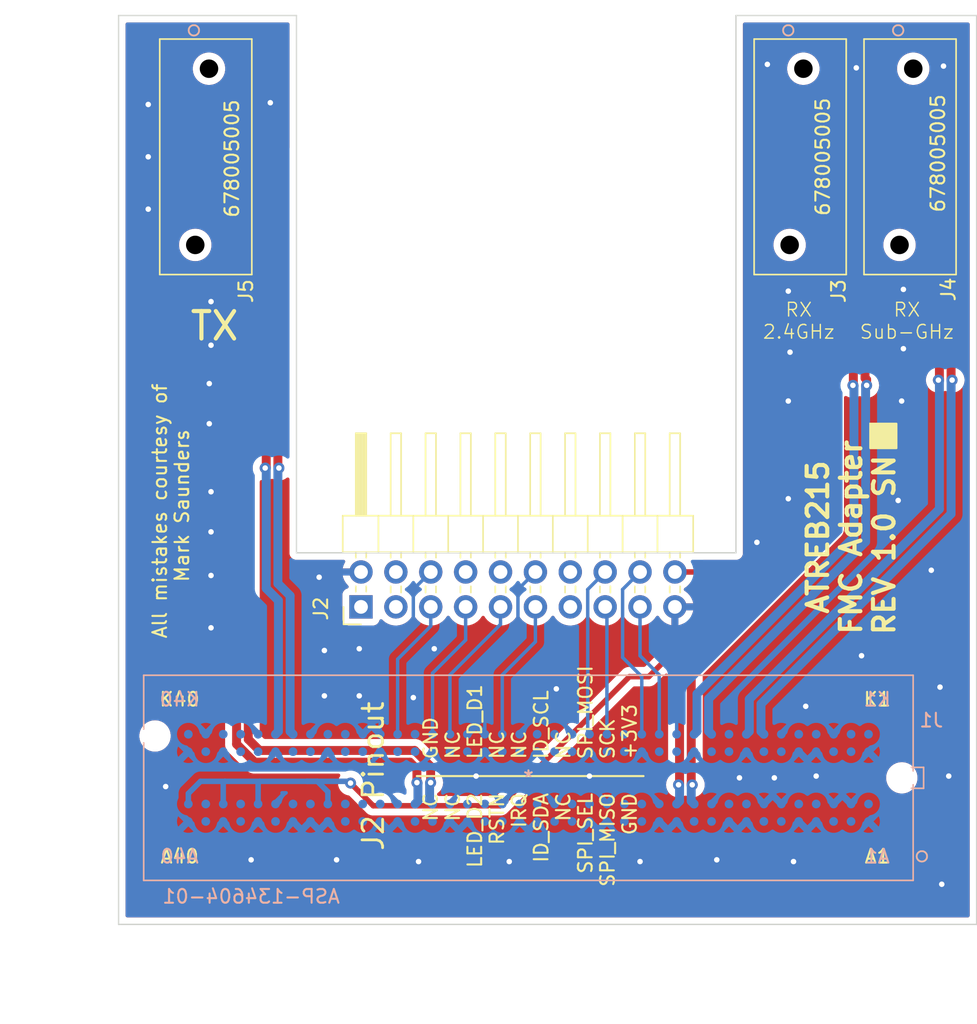
<source format=kicad_pcb>
(kicad_pcb (version 20211014) (generator pcbnew)
  (layers (0 "F.Cu" signal) (31 "B.Cu" signal) (34 "B.Paste" user) (35 "F.Paste" user) (36 "B.SilkS" user "B.Silkscreen") (37 "F.SilkS" user "F.Silkscreen") (38 "B.Mask" user) (39 "F.Mask" user) (44 "Edge.Cuts" user))
  (net 0 "")
  (net 1 "GND")
  (net 6 "/RXDP24")
  (net 7 "/RXDN24")
  (net 8 "/RXCLKP")
  (net 9 "/RXCLKN")
  (net 12 "/RXDP09")
  (net 13 "/RXDN09")
  (net 68 "/TXCLKP")
  (net 69 "/TXCLKN")
  (net 70 "/TXDP")
  (net 71 "/TXDN")
  (net 72 "/SPI_MOSI")
  (net 85 "/LED_D2")
  (net 87 "/~{RSTN}")
  (net 89 "/IRQ")
  (net 91 "/ID_SDA")
  (net 95 "/~{SPI_SEL}")
  (net 96 "/SPI_MISO")
  (net 97 "/SPI_SCK")
  (net 98 "+3.3V")
  (footprint "678005005:678005005" (layer "F.Cu") (at 175.8718 67.31 90)
    (fp_text reference "J4" (at -9.652 2.794 90) (layer "F.SilkS"))
    (fp_text value "678005005" (at 0.254 2.032 90) (layer "F.SilkS"))
    (pad "" np_thru_hole circle locked (at -6.415001 -0.7658 90) (size 1.8542 1.8542) (drill 1.3462) (layers))
    (pad "" np_thru_hole circle locked (at 6.415001 0.2342 90) (size 1.8542 1.8542) (drill 1.3462) (layers))
    (pad "1" smd rect locked (at 3.81 -0.8658 90) (size 0.889 2.3876) (layers "F.Cu" "F.Paste" "F.Mask") (net 1 "GND"))
    (pad "2" smd rect locked (at 2.54 -0.8658 90) (size 0.889 2.3876) (layers "F.Cu" "F.Paste" "F.Mask") (net 12 "/RXDP09"))
    (pad "3" smd rect locked (at 1.27 -0.8658 90) (size 0.889 2.3876) (layers "F.Cu" "F.Paste" "F.Mask") (net 13 "/RXDN09"))
    (pad "4" smd rect locked (at 0 -0.8658 90) (size 0.889 2.3876) (layers "F.Cu" "F.Paste" "F.Mask") (net 1 "GND"))
    (pad "5" smd rect locked (at -1.27 -0.8658 90) (size 0.889 2.3876) (layers "F.Cu" "F.Paste" "F.Mask"))
    (pad "6" smd rect locked (at -2.54 -0.8658 90) (size 0.889 2.3876) (layers "F.Cu" "F.Paste" "F.Mask"))
    (pad "7" smd rect locked (at -3.81 -0.8658 90) (size 0.889 2.3876) (layers "F.Cu" "F.Paste" "F.Mask") (net 1 "GND"))
  )
  (footprint "678005005:678005005" (layer "F.Cu") (at 124.587 67.31 90)
    (fp_text reference "J5" (at -9.779 2.921 90) (layer "F.SilkS"))
    (fp_text value "678005005" (at -0.127 1.905 90) (layer "F.SilkS"))
    (pad "" np_thru_hole circle locked (at 6.415001 0.2342 90) (size 1.8542 1.8542) (drill 1.3462) (layers))
    (pad "" np_thru_hole circle locked (at -6.415001 -0.7658 90) (size 1.8542 1.8542) (drill 1.3462) (layers))
    (pad "1" smd rect locked (at 3.81 -0.8658 90) (size 0.889 2.3876) (layers "F.Cu" "F.Paste" "F.Mask") (net 1 "GND"))
    (pad "2" smd rect locked (at 2.54 -0.8658 90) (size 0.889 2.3876) (layers "F.Cu" "F.Paste" "F.Mask") (net 70 "/TXDP"))
    (pad "3" smd rect locked (at 1.27 -0.8658 90) (size 0.889 2.3876) (layers "F.Cu" "F.Paste" "F.Mask") (net 71 "/TXDN"))
    (pad "4" smd rect locked (at 0 -0.8658 90) (size 0.889 2.3876) (layers "F.Cu" "F.Paste" "F.Mask") (net 1 "GND"))
    (pad "5" smd rect locked (at -1.27 -0.8658 90) (size 0.889 2.3876) (layers "F.Cu" "F.Paste" "F.Mask") (net 68 "/TXCLKP"))
    (pad "6" smd rect locked (at -2.54 -0.8658 90) (size 0.889 2.3876) (layers "F.Cu" "F.Paste" "F.Mask") (net 69 "/TXCLKN"))
    (pad "7" smd rect locked (at -3.81 -0.8658 90) (size 0.889 2.3876) (layers "F.Cu" "F.Paste" "F.Mask") (net 1 "GND"))
  )
  (footprint "678005005:678005005" (layer "F.Cu") (at 167.8708 67.31 90)
    (fp_text reference "J3" (at -9.779 2.794 90) (layer "F.SilkS"))
    (fp_text value "678005005" (at 0 1.651 90) (layer "F.SilkS"))
    (pad "" np_thru_hole circle locked (at 6.415001 0.2342 90) (size 1.8542 1.8542) (drill 1.3462) (layers))
    (pad "" np_thru_hole circle locked (at -6.415001 -0.7658 90) (size 1.8542 1.8542) (drill 1.3462) (layers))
    (pad "1" smd rect locked (at 3.81 -0.8658 90) (size 0.889 2.3876) (layers "F.Cu" "F.Paste" "F.Mask") (net 1 "GND"))
    (pad "2" smd rect locked (at 2.54 -0.8658 90) (size 0.889 2.3876) (layers "F.Cu" "F.Paste" "F.Mask") (net 6 "/RXDP24"))
    (pad "3" smd rect locked (at 1.27 -0.8658 90) (size 0.889 2.3876) (layers "F.Cu" "F.Paste" "F.Mask") (net 7 "/RXDN24"))
    (pad "4" smd rect locked (at 0 -0.8658 90) (size 0.889 2.3876) (layers "F.Cu" "F.Paste" "F.Mask") (net 1 "GND"))
    (pad "5" smd rect locked (at -1.27 -0.8658 90) (size 0.889 2.3876) (layers "F.Cu" "F.Paste" "F.Mask") (net 8 "/RXCLKP"))
    (pad "6" smd rect locked (at -2.54 -0.8658 90) (size 0.889 2.3876) (layers "F.Cu" "F.Paste" "F.Mask") (net 9 "/RXCLKN"))
    (pad "7" smd rect locked (at -3.81 -0.8658 90) (size 0.889 2.3876) (layers "F.Cu" "F.Paste" "F.Mask") (net 1 "GND"))
  )
  (footprint "Connector_PinHeader_2.54mm:PinHeader_2x10_P2.54mm_Horizontal" (layer "F.Cu") (at 135.89 100.076 90)
    (fp_text reference "J2" (at -0.127 -2.921 90) (layer "F.SilkS"))
    (fp_text value "Conn_02x10_Odd_Even")
    (pad "1" thru_hole rect locked (at 0 0 90) (size 1.7 1.7) (drill 1) (layers *.Cu *.Mask))
    (pad "2" thru_hole oval locked (at 2.54 0 90) (size 1.7 1.7) (drill 1) (layers *.Cu *.Mask) (net 1 "GND"))
    (pad "3" thru_hole oval locked (at 0 2.54 90) (size 1.7 1.7) (drill 1) (layers *.Cu *.Mask))
    (pad "4" thru_hole oval locked (at 2.54 2.54 90) (size 1.7 1.7) (drill 1) (layers *.Cu *.Mask))
    (pad "5" thru_hole oval locked (at 0 5.08 90) (size 1.7 1.7) (drill 1) (layers *.Cu *.Mask) (net 85 "/LED_D2"))
    (pad "6" thru_hole oval locked (at 2.54 5.08 90) (size 1.7 1.7) (drill 1) (layers *.Cu *.Mask) (net 1 "GND"))
    (pad "7" thru_hole oval locked (at 0 7.62 90) (size 1.7 1.7) (drill 1) (layers *.Cu *.Mask) (net 87 "/~{RSTN}"))
    (pad "8" thru_hole oval locked (at 2.54 7.62 90) (size 1.7 1.7) (drill 1) (layers *.Cu *.Mask))
    (pad "9" thru_hole oval locked (at 0 10.16 90) (size 1.7 1.7) (drill 1) (layers *.Cu *.Mask) (net 89 "/IRQ"))
    (pad "10" thru_hole oval locked (at 2.54 10.16 90) (size 1.7 1.7) (drill 1) (layers *.Cu *.Mask))
    (pad "11" thru_hole oval locked (at 0 12.7 90) (size 1.7 1.7) (drill 1) (layers *.Cu *.Mask) (net 91 "/ID_SDA"))
    (pad "12" thru_hole oval locked (at 2.54 12.7 90) (size 1.7 1.7) (drill 1) (layers *.Cu *.Mask) (net 1 "GND"))
    (pad "13" thru_hole oval locked (at 0 15.24 90) (size 1.7 1.7) (drill 1) (layers *.Cu *.Mask))
    (pad "14" thru_hole oval locked (at 2.54 15.24 90) (size 1.7 1.7) (drill 1) (layers *.Cu *.Mask))
    (pad "15" thru_hole oval locked (at 0 17.78 90) (size 1.7 1.7) (drill 1) (layers *.Cu *.Mask) (net 95 "/~{SPI_SEL}"))
    (pad "16" thru_hole oval locked (at 2.54 17.78 90) (size 1.7 1.7) (drill 1) (layers *.Cu *.Mask) (net 72 "/SPI_MOSI"))
    (pad "17" thru_hole oval locked (at 0 20.32 90) (size 1.7 1.7) (drill 1) (layers *.Cu *.Mask) (net 96 "/SPI_MISO"))
    (pad "18" thru_hole oval locked (at 2.54 20.32 90) (size 1.7 1.7) (drill 1) (layers *.Cu *.Mask) (net 97 "/SPI_SCK"))
    (pad "19" thru_hole oval locked (at 0 22.86 90) (size 1.7 1.7) (drill 1) (layers *.Cu *.Mask) (net 1 "GND"))
    (pad "20" thru_hole oval locked (at 2.54 22.86 90) (size 1.7 1.7) (drill 1) (layers *.Cu *.Mask) (net 98 "+3.3V"))
  )
  (footprint "ASP-134604-01:ASP-134604-01" (layer "B.Cu") (at 148.082 112.522)
    (fp_text reference "J1" (at 29.337 -4.191) (layer "B.SilkS") (effects (justify mirror)))
    (fp_text value "ASP-134604-01" (at -20.193 8.636) (layer "B.SilkS") (effects (justify mirror)))
    (fp_text user "A40" (at -25.4 5.715) (layer "B.SilkS") (effects (justify mirror)))
    (fp_text user "A1" (at 25.4 5.715) (layer "B.SilkS") (effects (justify mirror)))
    (fp_text user "K1" (at 25.4 -5.715) (layer "B.SilkS") (effects (justify mirror)))
    (fp_text user "K40" (at -25.4 -5.715) (layer "B.SilkS") (effects (justify mirror)))
    (fp_text user "*" (at 0 0) (layer "B.SilkS") (effects (justify mirror)))
    (fp_text user "A40" (at -25.4 5.715) (layer "F.SilkS"))
    (fp_text user "K40" (at -25.4 -5.715) (layer "F.SilkS"))
    (fp_text user "A1" (at 25.4 5.715) (layer "F.SilkS"))
    (fp_text user "K1" (at 25.4 -5.715) (layer "F.SilkS"))
    (pad "" np_thru_hole circle locked (at -27.1907 -3.048) (size 1.27 1.27) (drill 1.27) (layers *.Cu *.Mask))
    (pad "" np_thru_hole circle locked (at 27.1907 0) (size 1.27 1.27) (drill 1.27) (layers *.Cu *.Mask))
    (pad "C1" smd circle locked (at 24.765 3.175) (size 0.635 0.635) (layers "B.Cu" "B.Paste" "B.Mask") (net 1 "GND"))
    (pad "C2" smd circle locked (at 23.495 3.175) (size 0.635 0.635) (layers "B.Cu" "B.Paste" "B.Mask"))
    (pad "C3" smd circle locked (at 22.225 3.175) (size 0.635 0.635) (layers "B.Cu" "B.Paste" "B.Mask"))
    (pad "C4" smd circle locked (at 20.955 3.175) (size 0.635 0.635) (layers "B.Cu" "B.Paste" "B.Mask") (net 1 "GND"))
    (pad "C5" smd circle locked (at 19.685 3.175) (size 0.635 0.635) (layers "B.Cu" "B.Paste" "B.Mask") (net 1 "GND"))
    (pad "C6" smd circle locked (at 18.415 3.175) (size 0.635 0.635) (layers "B.Cu" "B.Paste" "B.Mask"))
    (pad "C7" smd circle locked (at 17.145 3.175) (size 0.635 0.635) (layers "B.Cu" "B.Paste" "B.Mask"))
    (pad "C8" smd circle locked (at 15.875 3.175) (size 0.635 0.635) (layers "B.Cu" "B.Paste" "B.Mask") (net 1 "GND"))
    (pad "C9" smd circle locked (at 14.605 3.175) (size 0.635 0.635) (layers "B.Cu" "B.Paste" "B.Mask") (net 1 "GND"))
    (pad "C10" smd circle locked (at 13.335 3.175) (size 0.635 0.635) (layers "B.Cu" "B.Paste" "B.Mask"))
    (pad "C11" smd circle locked (at 12.065 3.175) (size 0.635 0.635) (layers "B.Cu" "B.Paste" "B.Mask"))
    (pad "C12" smd circle locked (at 10.795 3.175) (size 0.635 0.635) (layers "B.Cu" "B.Paste" "B.Mask") (net 1 "GND"))
    (pad "C13" smd circle locked (at 9.525 3.175) (size 0.635 0.635) (layers "B.Cu" "B.Paste" "B.Mask") (net 1 "GND"))
    (pad "C14" smd circle locked (at 8.255 3.175) (size 0.635 0.635) (layers "B.Cu" "B.Paste" "B.Mask"))
    (pad "C15" smd circle locked (at 6.985 3.175) (size 0.635 0.635) (layers "B.Cu" "B.Paste" "B.Mask"))
    (pad "C16" smd circle locked (at 5.715 3.175) (size 0.635 0.635) (layers "B.Cu" "B.Paste" "B.Mask") (net 1 "GND"))
    (pad "C17" smd circle locked (at 4.445 3.175) (size 0.635 0.635) (layers "B.Cu" "B.Paste" "B.Mask") (net 1 "GND"))
    (pad "C18" smd circle locked (at 3.175 3.175) (size 0.635 0.635) (layers "B.Cu" "B.Paste" "B.Mask"))
    (pad "C19" smd circle locked (at 1.905 3.175) (size 0.635 0.635) (layers "B.Cu" "B.Paste" "B.Mask"))
    (pad "C20" smd circle locked (at 0.635 3.175) (size 0.635 0.635) (layers "B.Cu" "B.Paste" "B.Mask") (net 1 "GND"))
    (pad "C21" smd circle locked (at -0.635 3.175) (size 0.635 0.635) (layers "B.Cu" "B.Paste" "B.Mask") (net 1 "GND"))
    (pad "C22" smd circle locked (at -1.905 3.175) (size 0.635 0.635) (layers "B.Cu" "B.Paste" "B.Mask"))
    (pad "C23" smd circle locked (at -3.175 3.175) (size 0.635 0.635) (layers "B.Cu" "B.Paste" "B.Mask"))
    (pad "C24" smd circle locked (at -4.445 3.175) (size 0.635 0.635) (layers "B.Cu" "B.Paste" "B.Mask") (net 1 "GND"))
    (pad "C25" smd circle locked (at -5.715 3.175) (size 0.635 0.635) (layers "B.Cu" "B.Paste" "B.Mask") (net 1 "GND"))
    (pad "C26" smd circle locked (at -6.985 3.175) (size 0.635 0.635) (layers "B.Cu" "B.Paste" "B.Mask"))
    (pad "C27" smd circle locked (at -8.255 3.175) (size 0.635 0.635) (layers "B.Cu" "B.Paste" "B.Mask"))
    (pad "C28" smd circle locked (at -9.525 3.175) (size 0.635 0.635) (layers "B.Cu" "B.Paste" "B.Mask") (net 1 "GND"))
    (pad "C29" smd circle locked (at -10.795 3.175) (size 0.635 0.635) (layers "B.Cu" "B.Paste" "B.Mask") (net 1 "GND"))
    (pad "C30" smd circle locked (at -12.065 3.175) (size 0.635 0.635) (layers "B.Cu" "B.Paste" "B.Mask"))
    (pad "C31" smd circle locked (at -13.335 3.175) (size 0.635 0.635) (layers "B.Cu" "B.Paste" "B.Mask"))
    (pad "C32" smd circle locked (at -14.605 3.175) (size 0.635 0.635) (layers "B.Cu" "B.Paste" "B.Mask") (net 1 "GND"))
    (pad "C33" smd circle locked (at -15.875 3.175) (size 0.635 0.635) (layers "B.Cu" "B.Paste" "B.Mask") (net 1 "GND"))
    (pad "C34" smd circle locked (at -17.145 3.175) (size 0.635 0.635) (layers "B.Cu" "B.Paste" "B.Mask") (net 1 "GND"))
    (pad "C35" smd circle locked (at -18.415 3.175) (size 0.635 0.635) (layers "B.Cu" "B.Paste" "B.Mask"))
    (pad "C36" smd circle locked (at -19.685 3.175) (size 0.635 0.635) (layers "B.Cu" "B.Paste" "B.Mask") (net 1 "GND"))
    (pad "C37" smd circle locked (at -20.955 3.175) (size 0.635 0.635) (layers "B.Cu" "B.Paste" "B.Mask"))
    (pad "C38" smd circle locked (at -22.225 3.175) (size 0.635 0.635) (layers "B.Cu" "B.Paste" "B.Mask") (net 1 "GND"))
    (pad "C39" smd circle locked (at -23.495 3.175) (size 0.635 0.635) (layers "B.Cu" "B.Paste" "B.Mask"))
    (pad "C40" smd circle locked (at -24.765 3.175) (size 0.635 0.635) (layers "B.Cu" "B.Paste" "B.Mask") (net 1 "GND"))
    (pad "D1" smd circle locked (at 24.765 1.905) (size 0.635 0.635) (layers "B.Cu" "B.Paste" "B.Mask"))
    (pad "D2" smd circle locked (at 23.495 1.905) (size 0.635 0.635) (layers "B.Cu" "B.Paste" "B.Mask") (net 1 "GND"))
    (pad "D3" smd circle locked (at 22.225 1.905) (size 0.635 0.635) (layers "B.Cu" "B.Paste" "B.Mask") (net 1 "GND"))
    (pad "D4" smd circle locked (at 20.955 1.905) (size 0.635 0.635) (layers "B.Cu" "B.Paste" "B.Mask"))
    (pad "D5" smd circle locked (at 19.685 1.905) (size 0.635 0.635) (layers "B.Cu" "B.Paste" "B.Mask"))
    (pad "D6" smd circle locked (at 18.415 1.905) (size 0.635 0.635) (layers "B.Cu" "B.Paste" "B.Mask") (net 1 "GND"))
    (pad "D7" smd circle locked (at 17.145 1.905) (size 0.635 0.635) (layers "B.Cu" "B.Paste" "B.Mask") (net 1 "GND"))
    (pad "D8" smd circle locked (at 15.875 1.905) (size 0.635 0.635) (layers "B.Cu" "B.Paste" "B.Mask"))
    (pad "D9" smd circle locked (at 14.605 1.905) (size 0.635 0.635) (layers "B.Cu" "B.Paste" "B.Mask"))
    (pad "D10" smd circle locked (at 13.335 1.905) (size 0.635 0.635) (layers "B.Cu" "B.Paste" "B.Mask") (net 1 "GND"))
    (pad "D11" smd circle locked (at 12.065 1.905) (size 0.635 0.635) (layers "B.Cu" "B.Paste" "B.Mask") (net 8 "/RXCLKP"))
    (pad "D12" smd circle locked (at 10.795 1.905) (size 0.635 0.635) (layers "B.Cu" "B.Paste" "B.Mask") (net 9 "/RXCLKN"))
    (pad "D13" smd circle locked (at 9.525 1.905) (size 0.635 0.635) (layers "B.Cu" "B.Paste" "B.Mask") (net 1 "GND"))
    (pad "D14" smd circle locked (at 8.255 1.905) (size 0.635 0.635) (layers "B.Cu" "B.Paste" "B.Mask"))
    (pad "D15" smd circle locked (at 6.985 1.905) (size 0.635 0.635) (layers "B.Cu" "B.Paste" "B.Mask"))
    (pad "D16" smd circle locked (at 5.715 1.905) (size 0.635 0.635) (layers "B.Cu" "B.Paste" "B.Mask") (net 1 "GND"))
    (pad "D17" smd circle locked (at 4.445 1.905) (size 0.635 0.635) (layers "B.Cu" "B.Paste" "B.Mask"))
    (pad "D18" smd circle locked (at 3.175 1.905) (size 0.635 0.635) (layers "B.Cu" "B.Paste" "B.Mask"))
    (pad "D19" smd circle locked (at 1.905 1.905) (size 0.635 0.635) (layers "B.Cu" "B.Paste" "B.Mask") (net 1 "GND"))
    (pad "D20" smd circle locked (at 0.635 1.905) (size 0.635 0.635) (layers "B.Cu" "B.Paste" "B.Mask"))
    (pad "D21" smd circle locked (at -0.635 1.905) (size 0.635 0.635) (layers "B.Cu" "B.Paste" "B.Mask"))
    (pad "D22" smd circle locked (at -1.905 1.905) (size 0.635 0.635) (layers "B.Cu" "B.Paste" "B.Mask") (net 1 "GND"))
    (pad "D23" smd circle locked (at -3.175 1.905) (size 0.635 0.635) (layers "B.Cu" "B.Paste" "B.Mask"))
    (pad "D24" smd circle locked (at -4.445 1.905) (size 0.635 0.635) (layers "B.Cu" "B.Paste" "B.Mask"))
    (pad "D25" smd circle locked (at -5.715 1.905) (size 0.635 0.635) (layers "B.Cu" "B.Paste" "B.Mask") (net 1 "GND"))
    (pad "D26" smd circle locked (at -6.985 1.905) (size 0.635 0.635) (layers "B.Cu" "B.Paste" "B.Mask") (net 68 "/TXCLKP"))
    (pad "D27" smd circle locked (at -8.255 1.905) (size 0.635 0.635) (layers "B.Cu" "B.Paste" "B.Mask") (net 69 "/TXCLKN"))
    (pad "D28" smd circle locked (at -9.525 1.905) (size 0.635 0.635) (layers "B.Cu" "B.Paste" "B.Mask") (net 1 "GND"))
    (pad "D29" smd circle locked (at -10.795 1.905) (size 0.635 0.635) (layers "B.Cu" "B.Paste" "B.Mask"))
    (pad "D30" smd circle locked (at -12.065 1.905) (size 0.635 0.635) (layers "B.Cu" "B.Paste" "B.Mask"))
    (pad "D31" smd circle locked (at -13.335 1.905) (size 0.635 0.635) (layers "B.Cu" "B.Paste" "B.Mask"))
    (pad "D32" smd circle locked (at -14.605 1.905) (size 0.635 0.635) (layers "B.Cu" "B.Paste" "B.Mask") (net 98 "+3.3V"))
    (pad "D33" smd circle locked (at -15.875 1.905) (size 0.635 0.635) (layers "B.Cu" "B.Paste" "B.Mask"))
    (pad "D34" smd circle locked (at -17.145 1.905) (size 0.635 0.635) (layers "B.Cu" "B.Paste" "B.Mask"))
    (pad "D35" smd circle locked (at -18.415 1.905) (size 0.635 0.635) (layers "B.Cu" "B.Paste" "B.Mask") (net 1 "GND"))
    (pad "D36" smd circle locked (at -19.685 1.905) (size 0.635 0.635) (layers "B.Cu" "B.Paste" "B.Mask") (net 98 "+3.3V"))
    (pad "D37" smd circle locked (at -20.955 1.905) (size 0.635 0.635) (layers "B.Cu" "B.Paste" "B.Mask") (net 1 "GND"))
    (pad "D38" smd circle locked (at -22.225 1.905) (size 0.635 0.635) (layers "B.Cu" "B.Paste" "B.Mask") (net 98 "+3.3V"))
    (pad "D39" smd circle locked (at -23.495 1.905) (size 0.635 0.635) (layers "B.Cu" "B.Paste" "B.Mask") (net 1 "GND"))
    (pad "D40" smd circle locked (at -24.765 1.905) (size 0.635 0.635) (layers "B.Cu" "B.Paste" "B.Mask") (net 98 "+3.3V"))
    (pad "G1" smd circle locked (at 24.765 -1.905) (size 0.635 0.635) (layers "B.Cu" "B.Paste" "B.Mask") (net 1 "GND"))
    (pad "G2" smd circle locked (at 23.495 -1.905) (size 0.635 0.635) (layers "B.Cu" "B.Paste" "B.Mask"))
    (pad "G3" smd circle locked (at 22.225 -1.905) (size 0.635 0.635) (layers "B.Cu" "B.Paste" "B.Mask"))
    (pad "G4" smd circle locked (at 20.955 -1.905) (size 0.635 0.635) (layers "B.Cu" "B.Paste" "B.Mask") (net 1 "GND"))
    (pad "G5" smd circle locked (at 19.685 -1.905) (size 0.635 0.635) (layers "B.Cu" "B.Paste" "B.Mask") (net 1 "GND"))
    (pad "G6" smd circle locked (at 18.415 -1.905) (size 0.635 0.635) (layers "B.Cu" "B.Paste" "B.Mask"))
    (pad "G7" smd circle locked (at 17.145 -1.905) (size 0.635 0.635) (layers "B.Cu" "B.Paste" "B.Mask"))
    (pad "G8" smd circle locked (at 15.875 -1.905) (size 0.635 0.635) (layers "B.Cu" "B.Paste" "B.Mask") (net 1 "GND"))
    (pad "G9" smd circle locked (at 14.605 -1.905) (size 0.635 0.635) (layers "B.Cu" "B.Paste" "B.Mask"))
    (pad "G10" smd circle locked (at 13.335 -1.905) (size 0.635 0.635) (layers "B.Cu" "B.Paste" "B.Mask"))
    (pad "G11" smd circle locked (at 12.065 -1.905) (size 0.635 0.635) (layers "B.Cu" "B.Paste" "B.Mask") (net 1 "GND"))
    (pad "G12" smd circle locked (at 10.795 -1.905) (size 0.635 0.635) (layers "B.Cu" "B.Paste" "B.Mask"))
    (pad "G13" smd circle locked (at 9.525 -1.905) (size 0.635 0.635) (layers "B.Cu" "B.Paste" "B.Mask"))
    (pad "G14" smd circle locked (at 8.255 -1.905) (size 0.635 0.635) (layers "B.Cu" "B.Paste" "B.Mask") (net 1 "GND"))
    (pad "G15" smd circle locked (at 6.985 -1.905) (size 0.635 0.635) (layers "B.Cu" "B.Paste" "B.Mask"))
    (pad "G16" smd circle locked (at 5.715 -1.905) (size 0.635 0.635) (layers "B.Cu" "B.Paste" "B.Mask"))
    (pad "G17" smd circle locked (at 4.445 -1.905) (size 0.635 0.635) (layers "B.Cu" "B.Paste" "B.Mask") (net 1 "GND"))
    (pad "G18" smd circle locked (at 3.175 -1.905) (size 0.635 0.635) (layers "B.Cu" "B.Paste" "B.Mask"))
    (pad "G19" smd circle locked (at 1.905 -1.905) (size 0.635 0.635) (layers "B.Cu" "B.Paste" "B.Mask"))
    (pad "G20" smd circle locked (at 0.635 -1.905) (size 0.635 0.635) (layers "B.Cu" "B.Paste" "B.Mask") (net 1 "GND"))
    (pad "G21" smd circle locked (at -0.635 -1.905) (size 0.635 0.635) (layers "B.Cu" "B.Paste" "B.Mask"))
    (pad "G22" smd circle locked (at -1.905 -1.905) (size 0.635 0.635) (layers "B.Cu" "B.Paste" "B.Mask"))
    (pad "G23" smd circle locked (at -3.175 -1.905) (size 0.635 0.635) (layers "B.Cu" "B.Paste" "B.Mask") (net 1 "GND"))
    (pad "G24" smd circle locked (at -4.445 -1.905) (size 0.635 0.635) (layers "B.Cu" "B.Paste" "B.Mask"))
    (pad "G25" smd circle locked (at -5.715 -1.905) (size 0.635 0.635) (layers "B.Cu" "B.Paste" "B.Mask"))
    (pad "G26" smd circle locked (at -6.985 -1.905) (size 0.635 0.635) (layers "B.Cu" "B.Paste" "B.Mask") (net 1 "GND"))
    (pad "G27" smd circle locked (at -8.255 -1.905) (size 0.635 0.635) (layers "B.Cu" "B.Paste" "B.Mask"))
    (pad "G28" smd circle locked (at -9.525 -1.905) (size 0.635 0.635) (layers "B.Cu" "B.Paste" "B.Mask"))
    (pad "G29" smd circle locked (at -10.795 -1.905) (size 0.635 0.635) (layers "B.Cu" "B.Paste" "B.Mask") (net 1 "GND"))
    (pad "G30" smd circle locked (at -12.065 -1.905) (size 0.635 0.635) (layers "B.Cu" "B.Paste" "B.Mask"))
    (pad "G31" smd circle locked (at -13.335 -1.905) (size 0.635 0.635) (layers "B.Cu" "B.Paste" "B.Mask"))
    (pad "G32" smd circle locked (at -14.605 -1.905) (size 0.635 0.635) (layers "B.Cu" "B.Paste" "B.Mask") (net 1 "GND"))
    (pad "G33" smd circle locked (at -15.875 -1.905) (size 0.635 0.635) (layers "B.Cu" "B.Paste" "B.Mask"))
    (pad "G34" smd circle locked (at -17.145 -1.905) (size 0.635 0.635) (layers "B.Cu" "B.Paste" "B.Mask"))
    (pad "G35" smd circle locked (at -18.415 -1.905) (size 0.635 0.635) (layers "B.Cu" "B.Paste" "B.Mask") (net 1 "GND"))
    (pad "G36" smd circle locked (at -19.685 -1.905) (size 0.635 0.635) (layers "B.Cu" "B.Paste" "B.Mask"))
    (pad "G37" smd circle locked (at -20.955 -1.905) (size 0.635 0.635) (layers "B.Cu" "B.Paste" "B.Mask"))
    (pad "G38" smd circle locked (at -22.225 -1.905) (size 0.635 0.635) (layers "B.Cu" "B.Paste" "B.Mask") (net 1 "GND"))
    (pad "G39" smd circle locked (at -23.495 -1.905) (size 0.635 0.635) (layers "B.Cu" "B.Paste" "B.Mask"))
    (pad "G40" smd circle locked (at -24.765 -1.905) (size 0.635 0.635) (layers "B.Cu" "B.Paste" "B.Mask") (net 1 "GND"))
    (pad "H1" smd circle locked (at 24.765 -3.175) (size 0.635 0.635) (layers "B.Cu" "B.Paste" "B.Mask"))
    (pad "H2" smd circle locked (at 23.495 -3.175) (size 0.635 0.635) (layers "B.Cu" "B.Paste" "B.Mask"))
    (pad "H3" smd circle locked (at 22.225 -3.175) (size 0.635 0.635) (layers "B.Cu" "B.Paste" "B.Mask") (net 1 "GND"))
    (pad "H4" smd circle locked (at 20.955 -3.175) (size 0.635 0.635) (layers "B.Cu" "B.Paste" "B.Mask"))
    (pad "H5" smd circle locked (at 19.685 -3.175) (size 0.635 0.635) (layers "B.Cu" "B.Paste" "B.Mask"))
    (pad "H6" smd circle locked (at 18.415 -3.175) (size 0.635 0.635) (layers "B.Cu" "B.Paste" "B.Mask") (net 1 "GND"))
    (pad "H7" smd circle locked (at 17.145 -3.175) (size 0.635 0.635) (layers "B.Cu" "B.Paste" "B.Mask") (net 12 "/RXDP09"))
    (pad "H8" smd circle locked (at 15.875 -3.175) (size 0.635 0.635) (layers "B.Cu" "B.Paste" "B.Mask") (net 13 "/RXDN09"))
    (pad "H9" smd circle locked (at 14.605 -3.175) (size 0.635 0.635) (layers "B.Cu" "B.Paste" "B.Mask") (net 1 "GND"))
    (pad "H10" smd circle locked (at 13.335 -3.175) (size 0.635 0.635) (layers "B.Cu" "B.Paste" "B.Mask") (net 6 "/RXDP24"))
    (pad "H11" smd circle locked (at 12.065 -3.175) (size 0.635 0.635) (layers "B.Cu" "B.Paste" "B.Mask") (net 7 "/RXDN24"))
    (pad "H12" smd circle locked (at 10.795 -3.175) (size 0.635 0.635) (layers "B.Cu" "B.Paste" "B.Mask") (net 1 "GND"))
    (pad "H13" smd circle locked (at 9.525 -3.175) (size 0.635 0.635) (layers "B.Cu" "B.Paste" "B.Mask") (net 96 "/SPI_MISO"))
    (pad "H14" smd circle locked (at 8.255 -3.175) (size 0.635 0.635) (layers "B.Cu" "B.Paste" "B.Mask") (net 97 "/SPI_SCK"))
    (pad "H15" smd circle locked (at 6.985 -3.175) (size 0.635 0.635) (layers "B.Cu" "B.Paste" "B.Mask") (net 1 "GND"))
    (pad "H16" smd circle locked (at 5.715 -3.175) (size 0.635 0.635) (layers "B.Cu" "B.Paste" "B.Mask") (net 95 "/~{SPI_SEL}"))
    (pad "H17" smd circle locked (at 4.445 -3.175) (size 0.635 0.635) (layers "B.Cu" "B.Paste" "B.Mask") (net 72 "/SPI_MOSI"))
    (pad "H18" smd circle locked (at 3.175 -3.175) (size 0.635 0.635) (layers "B.Cu" "B.Paste" "B.Mask") (net 1 "GND"))
    (pad "H19" smd circle locked (at 1.905 -3.175) (size 0.635 0.635) (layers "B.Cu" "B.Paste" "B.Mask"))
    (pad "H20" smd circle locked (at 0.635 -3.175) (size 0.635 0.635) (layers "B.Cu" "B.Paste" "B.Mask"))
    (pad "H21" smd circle locked (at -0.635 -3.175) (size 0.635 0.635) (layers "B.Cu" "B.Paste" "B.Mask") (net 1 "GND"))
    (pad "H22" smd circle locked (at -1.905 -3.175) (size 0.635 0.635) (layers "B.Cu" "B.Paste" "B.Mask") (net 91 "/ID_SDA"))
    (pad "H23" smd circle locked (at -3.175 -3.175) (size 0.635 0.635) (layers "B.Cu" "B.Paste" "B.Mask") (net 1 "GND"))
    (pad "H24" smd circle locked (at -4.445 -3.175) (size 0.635 0.635) (layers "B.Cu" "B.Paste" "B.Mask") (net 1 "GND"))
    (pad "H25" smd circle locked (at -5.715 -3.175) (size 0.635 0.635) (layers "B.Cu" "B.Paste" "B.Mask") (net 89 "/IRQ"))
    (pad "H26" smd circle locked (at -6.985 -3.175) (size 0.635 0.635) (layers "B.Cu" "B.Paste" "B.Mask") (net 87 "/~{RSTN}"))
    (pad "H27" smd circle locked (at -8.255 -3.175) (size 0.635 0.635) (layers "B.Cu" "B.Paste" "B.Mask") (net 1 "GND"))
    (pad "H28" smd circle locked (at -9.525 -3.175) (size 0.635 0.635) (layers "B.Cu" "B.Paste" "B.Mask") (net 85 "/LED_D2"))
    (pad "H29" smd circle locked (at -10.795 -3.175) (size 0.635 0.635) (layers "B.Cu" "B.Paste" "B.Mask") (net 1 "GND"))
    (pad "H30" smd circle locked (at -12.065 -3.175) (size 0.635 0.635) (layers "B.Cu" "B.Paste" "B.Mask") (net 1 "GND"))
    (pad "H31" smd circle locked (at -13.335 -3.175) (size 0.635 0.635) (layers "B.Cu" "B.Paste" "B.Mask"))
    (pad "H32" smd circle locked (at -14.605 -3.175) (size 0.635 0.635) (layers "B.Cu" "B.Paste" "B.Mask"))
    (pad "H33" smd circle locked (at -15.875 -3.175) (size 0.635 0.635) (layers "B.Cu" "B.Paste" "B.Mask") (net 1 "GND"))
    (pad "H34" smd circle locked (at -17.145 -3.175) (size 0.635 0.635) (layers "B.Cu" "B.Paste" "B.Mask") (net 70 "/TXDP"))
    (pad "H35" smd circle locked (at -18.415 -3.175) (size 0.635 0.635) (layers "B.Cu" "B.Paste" "B.Mask") (net 71 "/TXDN"))
    (pad "H36" smd circle locked (at -19.685 -3.175) (size 0.635 0.635) (layers "B.Cu" "B.Paste" "B.Mask") (net 1 "GND"))
    (pad "H37" smd circle locked (at -20.955 -3.175) (size 0.635 0.635) (layers "B.Cu" "B.Paste" "B.Mask"))
    (pad "H38" smd circle locked (at -22.225 -3.175) (size 0.635 0.635) (layers "B.Cu" "B.Paste" "B.Mask"))
    (pad "H39" smd circle locked (at -23.495 -3.175) (size 0.635 0.635) (layers "B.Cu" "B.Paste" "B.Mask") (net 1 "GND"))
    (pad "H40" smd circle locked (at -24.765 -3.175) (size 0.635 0.635) (layers "B.Cu" "B.Paste" "B.Mask"))
  )
  (gr_line (start 139.954 112.395) (end 156.464 112.395) (layer "F.SilkS") (width 0.15))
  (gr_rect (start 172.974 88.519) (end 174.879 86.741) (layer "F.SilkS") (width 0.15) (fill solid))
  (gr_line (start 131.191 57.023) (end 118.237 57.023) (layer "Edge.Cuts") (width 0.1))
  (gr_line (start 180.721 123.19) (end 180.721 57.023) (layer "Edge.Cuts") (width 0.1))
  (gr_line (start 163.195 57.023) (end 180.721 57.023) (layer "Edge.Cuts") (width 0.1))
  (gr_line (start 163.195 96.139) (end 163.195 57.023) (layer "Edge.Cuts") (width 0.1))
  (gr_line (start 118.237 123.19) (end 180.721 123.19) (layer "Edge.Cuts") (width 0.1))
  (gr_line (start 131.191 57.023) (end 131.191 96.139) (layer "Edge.Cuts") (width 0.1))
  (gr_line (start 118.237 57.023) (end 118.237 123.19) (layer "Edge.Cuts") (width 0.1))
  (gr_line (start 131.191 96.139) (end 163.195 96.139) (layer "Edge.Cuts") (width 0.1))
  (gr_text "ATREB215\nFMC Adapter\nREV 1.0 SN " (at 171.577 94.996 90) (layer "F.SilkS") (effects (font (size 1.5 1.5) (thickness 0.3))))
  (gr_text "RX\nSub-GHz\n" (at 175.641 79.248) (layer "F.SilkS") (effects (font (size 1 1) (thickness 0.1))))
  (gr_text "RX\n2.4GHz\n" (at 167.767 79.248) (layer "F.SilkS") (effects (font (size 1 1) (thickness 0.1))))
  (gr_text "All mistakes courtesy of \nMark Saunders" (at 122.047 92.71 90) (layer "F.SilkS") (effects (font (size 1 1))))
  (gr_text "GND\nNC\nLED_D1\nNC\nNC\nID_SCL\nNC\nSPI_MOSI\nSCK\n+3V3" (at 148.209 111.252 90) (layer "F.SilkS") (effects (font (size 1 1)) (justify left)))
  (gr_text "J2 Pinout\n" (at 136.779 112.395 90) (layer "F.SilkS") (effects (font (size 1.5 1.5) (thickness 0.2))))
  (gr_text "NC\nNC\nLED_D2\nRSTN\nIRQ\nID_SDA\nNC\nSPI_SEL\nSPI_MISO\nGND" (at 148.209 113.538 90) (layer "F.SilkS") (effects (font (size 1 1)) (justify right)))
  (gr_text "TX" (at 125.222 79.629) (layer "F.SilkS") (effects (font (size 2 2) (thickness 0.3))))
  (via (at 124.968 101.6) (size 0.8) (drill 0.4) (layers "F.Cu" "B.Cu") (net 1))
  (via (at 178.181 120.269) (size 0.8) (drill 0.4) (layers "F.Cu" "B.Cu") (net 1))
  (via (at 178.689 112.395) (size 0.8) (drill 0.4) (layers "F.Cu" "B.Cu") (net 1))
  (via (at 165.989 112.522) (size 0.8) (drill 0.4) (layers "F.Cu" "B.Cu") (net 1))
  (via (at 167.386 118.618) (size 0.8) (drill 0.4) (layers "F.Cu" "B.Cu") (net 1))
  (via (at 175.26 85.09) (size 0.8) (drill 0.4) (layers "F.Cu" "B.Cu") (net 1))
  (via (at 156.21 118.618) (size 0.8) (drill 0.4) (layers "F.Cu" "B.Cu") (net 1))
  (via (at 124.968 77.851) (size 0.8) (drill 0.4) (layers "F.Cu" "B.Cu") (net 1))
  (via (at 121.666 113.157) (size 0.8) (drill 0.4) (layers "F.Cu" "B.Cu") (net 1))
  (via (at 127.889 118.491) (size 0.8) (drill 0.4) (layers "F.Cu" "B.Cu") (net 1))
  (via (at 167.005 77.089) (size 0.8) (drill 0.4) (layers "F.Cu" "B.Cu") (net 1))
  (via (at 135.763 103.124) (size 0.8) (drill 0.4) (layers "F.Cu" "B.Cu") (net 1))
  (via (at 120.396 71.12) (size 0.8) (drill 0.4) (layers "F.Cu" "B.Cu") (net 1))
  (via (at 133.223 106.553) (size 0.8) (drill 0.4) (layers "F.Cu" "B.Cu") (net 1))
  (via (at 124.841 83.82) (size 0.8) (drill 0.4) (layers "F.Cu" "B.Cu") (net 1))
  (via (at 152.527 112.395) (size 0.8) (drill 0.4) (layers "F.Cu" "B.Cu") (net 1))
  (via (at 139.7 106.68) (size 0.8) (drill 0.4) (layers "F.Cu" "B.Cu") (net 1))
  (via (at 134.112 118.491) (size 0.8) (drill 0.4) (layers "F.Cu" "B.Cu") (net 1))
  (via (at 161.798 118.491) (size 0.8) (drill 0.4) (layers "F.Cu" "B.Cu") (net 1))
  (via (at 124.968 81.026) (size 0.8) (drill 0.4) (layers "F.Cu" "B.Cu") (net 1))
  (via (at 135.763 106.553) (size 0.8) (drill 0.4) (layers "F.Cu" "B.Cu") (net 1))
  (via (at 165.481 60.579) (size 0.8) (drill 0.4) (layers "F.Cu" "B.Cu") (net 1))
  (via (at 124.968 91.694) (size 0.8) (drill 0.4) (layers "F.Cu" "B.Cu") (net 1))
  (via (at 168.275 107.315) (size 0.8) (drill 0.4) (layers "F.Cu" "B.Cu") (net 1))
  (via (at 146.685 118.618) (size 0.8) (drill 0.4) (layers "F.Cu" "B.Cu") (net 1))
  (via (at 164.719 95.377) (size 0.8) (drill 0.4) (layers "F.Cu" "B.Cu") (net 1))
  (via (at 120.396 63.5) (size 0.8) (drill 0.4) (layers "F.Cu" "B.Cu") (net 1))
  (via (at 178.054 105.918) (size 0.8) (drill 0.4) (layers "F.Cu" "B.Cu") (net 1))
  (via (at 129.286 63.373) (size 0.8) (drill 0.4) (layers "F.Cu" "B.Cu") (net 1))
  (via (at 124.968 94.615) (size 0.8) (drill 0.4) (layers "F.Cu" "B.Cu") (net 1))
  (via (at 167.005 85.09) (size 0.8) (drill 0.4) (layers "F.Cu" "B.Cu") (net 1))
  (via (at 175.387 76.962) (size 0.8) (drill 0.4) (layers "F.Cu" "B.Cu") (net 1))
  (via (at 169.037 112.395) (size 0.8) (drill 0.4) (layers "F.Cu" "B.Cu") (net 1))
  (via (at 178.308 60.706) (size 0.8) (drill 0.4) (layers "F.Cu" "B.Cu") (net 1))
  (via (at 167.132 81.534) (size 0.8) (drill 0.4) (layers "F.Cu" "B.Cu") (net 1))
  (via (at 177.419 97.409) (size 0.8) (drill 0.4) (layers "F.Cu" "B.Cu") (net 1))
  (via (at 150.114 106.045) (size 0.8) (drill 0.4) (layers "F.Cu" "B.Cu") (net 1))
  (via (at 132.842 97.917) (size 0.8) (drill 0.4) (layers "F.Cu" "B.Cu") (net 1))
  (via (at 167.005 92.202) (size 0.8) (drill 0.4) (layers "F.Cu" "B.Cu") (net 1))
  (via (at 144.272 112.395) (size 0.8) (drill 0.4) (layers "F.Cu" "B.Cu") (net 1))
  (via (at 175.387 81.28) (size 0.8) (drill 0.4) (layers "F.Cu" "B.Cu") (net 1))
  (via (at 124.841 86.741) (size 0.8) (drill 0.4) (layers "F.Cu" "B.Cu") (net 1))
  (via (at 140.081 118.618) (size 0.8) (drill 0.4) (layers "F.Cu" "B.Cu") (net 1))
  (via (at 175.006 92.329) (size 0.8) (drill 0.4) (layers "F.Cu" "B.Cu") (net 1))
  (via (at 124.968 97.79) (size 0.8) (drill 0.4) (layers "F.Cu" "B.Cu") (net 1))
  (via (at 163.449 112.522) (size 0.8) (drill 0.4) (layers "F.Cu" "B.Cu") (net 1))
  (via (at 141.224 103.124) (size 0.8) (drill 0.4) (layers "F.Cu" "B.Cu") (net 1))
  (via (at 172.339 103.632) (size 0.8) (drill 0.4) (layers "F.Cu" "B.Cu") (net 1))
  (via (at 171.958 60.833) (size 0.8) (drill 0.4) (layers "F.Cu" "B.Cu") (net 1))
  (via (at 120.396 67.31) (size 0.8) (drill 0.4) (layers "F.Cu" "B.Cu") (net 1))
  (via (at 133.223 103.251) (size 0.8) (drill 0.4) (layers "F.Cu" "B.Cu") (net 1))
  (segment (start 139.7 101.092) (end 139.7 98.806) (width 0.25) (layer "B.Cu") (net 1))
  (segment (start 147.32 98.806) (end 148.59 97.536) (width 0.25) (layer "B.Cu") (net 1))
  (segment (start 139.7 98.806) (end 140.97 97.536) (width 0.25) (layer "B.Cu") (net 1))
  (segment (start 144.907 109.347) (end 144.907 105.029) (width 0.25) (layer "B.Cu") (net 1))
  (segment (start 144.907 105.029) (end 147.32 102.616) (width 0.25) (layer "B.Cu") (net 1))
  (segment (start 158.877 100.203) (end 158.75 100.076) (width 0.25) (layer "B.Cu") (net 1))
  (segment (start 137.287 109.347) (end 137.287 103.505) (width 0.25) (layer "B.Cu") (net 1))
  (segment (start 147.32 102.616) (end 147.32 98.806) (width 0.25) (layer "B.Cu") (net 1))
  (segment (start 158.877 109.347) (end 158.877 100.203) (width 0.25) (layer "B.Cu") (net 1))
  (segment (start 137.287 103.505) (end 139.7 101.092) (width 0.25) (layer "B.Cu") (net 1))
  (segment (start 168.795701 64.77) (end 167.005 64.77) (width 0.65) (layer "F.Cu") (net 6))
  (segment (start 172.593 83.413786) (end 172.593 67.056) (width 0.65) (layer "F.Cu") (net 6))
  (segment (start 172.593 67.056) (end 170.517 64.98) (width 0.65) (layer "F.Cu") (net 6))
  (segment (start 169.005701 64.98) (end 168.795701 64.77) (width 0.65) (layer "F.Cu") (net 6))
  (segment (start 172.712 83.947) (end 172.712 83.532786) (width 0.65) (layer "F.Cu") (net 6))
  (segment (start 170.517 64.98) (end 169.005701 64.98) (width 0.65) (layer "F.Cu") (net 6))
  (segment (start 172.712 83.532786) (end 172.593 83.413786) (width 0.65) (layer "F.Cu") (net 6))
  (via (at 172.712 83.947) (size 0.8) (drill 0.4) (layers "F.Cu" "B.Cu") (net 6))
  (segment (start 172.637 95.333) (end 172.637 84.022) (width 0.65) (layer "B.Cu") (net 6))
  (segment (start 161.207 106.763) (end 172.637 95.333) (width 0.65) (layer "B.Cu") (net 6))
  (segment (start 172.637 84.022) (end 172.712 83.947) (width 0.65) (layer "B.Cu") (net 6))
  (segment (start 161.207 109.137) (end 161.207 106.763) (width 0.65) (layer "B.Cu") (net 6))
  (segment (start 161.417 109.347) (end 161.207 109.137) (width 0.65) (layer "B.Cu") (net 6))
  (segment (start 171.712 83.947) (end 171.743 83.916) (width 0.65) (layer "F.Cu") (net 7))
  (segment (start 171.743 67.408082) (end 170.164918 65.83) (width 0.65) (layer "F.Cu") (net 7))
  (segment (start 169.005701 65.83) (end 168.795701 66.04) (width 0.65) (layer "F.Cu") (net 7))
  (segment (start 171.743 83.916) (end 171.743 67.408082) (width 0.65) (layer "F.Cu") (net 7))
  (segment (start 168.795701 66.04) (end 167.005 66.04) (width 0.65) (layer "F.Cu") (net 7))
  (segment (start 170.164918 65.83) (end 169.005701 65.83) (width 0.65) (layer "F.Cu") (net 7))
  (via (at 171.712 83.947) (size 0.8) (drill 0.4) (layers "F.Cu" "B.Cu") (net 7))
  (segment (start 171.787 94.980918) (end 171.787 84.022) (width 0.65) (layer "B.Cu") (net 7))
  (segment (start 160.147 109.347) (end 160.357 109.137) (width 0.65) (layer "B.Cu") (net 7))
  (segment (start 160.357 109.137) (end 160.356999 106.410919) (width 0.65) (layer "B.Cu") (net 7))
  (segment (start 171.787 84.022) (end 171.712 83.947) (width 0.65) (layer "B.Cu") (net 7))
  (segment (start 160.356999 106.410919) (end 171.787 94.980918) (width 0.65) (layer "B.Cu") (net 7))
  (segment (start 159.937 112.955) (end 159.937 104.663082) (width 0.65) (layer "F.Cu") (net 8))
  (segment (start 160.012 113.03) (end 159.937 112.955) (width 0.65) (layer "F.Cu") (net 8))
  (segment (start 170.224001 94.376081) (end 170.224 70.070656) (width 0.65) (layer "F.Cu") (net 8))
  (segment (start 167.9643 68.79) (end 167.7543 68.58) (width 0.65) (layer "F.Cu") (net 8))
  (segment (start 159.937 104.663082) (end 170.224001 94.376081) (width 0.65) (layer "F.Cu") (net 8))
  (segment (start 170.224 70.070656) (end 168.943344 68.79) (width 0.65) (layer "F.Cu") (net 8))
  (segment (start 168.943344 68.79) (end 167.9643 68.79) (width 0.65) (layer "F.Cu") (net 8))
  (segment (start 167.7543 68.58) (end 167.005 68.58) (width 0.65) (layer "F.Cu") (net 8))
  (via (at 160.012 113.03) (size 0.8) (drill 0.4) (layers "F.Cu" "B.Cu") (net 8))
  (segment (start 159.937 113.105) (end 160.012 113.03) (width 0.65) (layer "B.Cu") (net 8))
  (segment (start 160.147 114.427) (end 159.937 114.217) (width 0.65) (layer "B.Cu") (net 8))
  (segment (start 159.937 114.217) (end 159.937 113.105) (width 0.65) (layer "B.Cu") (net 8))
  (segment (start 169.374 70.42274) (end 168.59126 69.64) (width 0.65) (layer "F.Cu") (net 9))
  (segment (start 159.087 112.955) (end 159.087 104.311) (width 0.65) (layer "F.Cu") (net 9))
  (segment (start 167.7543 69.85) (end 167.005 69.85) (width 0.65) (layer "F.Cu") (net 9))
  (segment (start 159.087 104.311) (end 169.374 94.024) (width 0.65) (layer "F.Cu") (net 9))
  (segment (start 168.59126 69.64) (end 167.9643 69.64) (width 0.65) (layer "F.Cu") (net 9))
  (segment (start 159.012 113.03) (end 159.087 112.955) (width 0.65) (layer "F.Cu") (net 9))
  (segment (start 167.9643 69.64) (end 167.7543 69.85) (width 0.65) (layer "F.Cu") (net 9))
  (segment (start 169.374 94.024) (end 169.374 70.42274) (width 0.65) (layer "F.Cu") (net 9))
  (via (at 159.012 113.03) (size 0.8) (drill 0.4) (layers "F.Cu" "B.Cu") (net 9))
  (segment (start 158.877 114.427) (end 159.087 114.217) (width 0.65) (layer "B.Cu") (net 9))
  (segment (start 159.087 113.105) (end 159.012 113.03) (width 0.65) (layer "B.Cu") (net 9))
  (segment (start 159.087 114.217) (end 159.087 113.105) (width 0.65) (layer "B.Cu") (net 9))
  (segment (start 176.796701 64.77) (end 175.006 64.77) (width 0.65) (layer "F.Cu") (net 12))
  (segment (start 178.86 66.117958) (end 177.722042 64.98) (width 0.65) (layer "F.Cu") (net 12))
  (segment (start 177.006701 64.98) (end 176.796701 64.77) (width 0.65) (layer "F.Cu") (net 12))
  (segment (start 177.722042 64.98) (end 177.006701 64.98) (width 0.65) (layer "F.Cu") (net 12))
  (segment (start 178.935 83.566) (end 178.86 83.491) (width 0.65) (layer "F.Cu") (net 12))
  (segment (start 178.86 83.491) (end 178.86 66.117958) (width 0.65) (layer "F.Cu") (net 12))
  (via (at 178.935 83.566) (size 0.8) (drill 0.4) (layers "F.Cu" "B.Cu") (net 12))
  (segment (start 178.86 93.301) (end 178.86 83.641) (width 0.65) (layer "B.Cu") (net 12))
  (segment (start 165.017 109.137) (end 165.017 107.144) (width 0.65) (layer "B.Cu") (net 12))
  (segment (start 165.227 109.347) (end 165.017 109.137) (width 0.65) (layer "B.Cu") (net 12))
  (segment (start 178.86 83.641) (end 178.935 83.566) (width 0.65) (layer "B.Cu") (net 12))
  (segment (start 165.017 107.144) (end 178.86 93.301) (width 0.65) (layer "B.Cu") (net 12))
  (segment (start 178.01 83.491) (end 178.01 66.470042) (width 0.65) (layer "F.Cu") (net 13))
  (segment (start 176.796701 66.04) (end 175.006 66.04) (width 0.65) (layer "F.Cu") (net 13))
  (segment (start 177.006701 65.83) (end 176.796701 66.04) (width 0.65) (layer "F.Cu") (net 13))
  (segment (start 177.935 83.566) (end 178.01 83.491) (width 0.65) (layer "F.Cu") (net 13))
  (segment (start 177.369958 65.83) (end 177.006701 65.83) (width 0.65) (layer "F.Cu") (net 13))
  (segment (start 178.01 66.470042) (end 177.369958 65.83) (width 0.65) (layer "F.Cu") (net 13))
  (via (at 177.935 83.566) (size 0.8) (drill 0.4) (layers "F.Cu" "B.Cu") (net 13))
  (segment (start 164.166999 106.791919) (end 178.01 92.948918) (width 0.65) (layer "B.Cu") (net 13))
  (segment (start 164.167 109.137) (end 164.166999 106.791919) (width 0.65) (layer "B.Cu") (net 13))
  (segment (start 178.01 92.948918) (end 178.01 83.641) (width 0.65) (layer "B.Cu") (net 13))
  (segment (start 163.957 109.347) (end 164.167 109.137) (width 0.65) (layer "B.Cu") (net 13))
  (segment (start 178.01 83.641) (end 177.935 83.566) (width 0.65) (layer "B.Cu") (net 13))
  (segment (start 140.962 112.869984) (end 140.962 111.692918) (width 0.65) (layer "F.Cu") (net 68))
  (segment (start 125.721901 68.79) (end 125.511901 68.58) (width 0.65) (layer "F.Cu") (net 68))
  (segment (start 139.798082 110.529) (end 128.495082 110.529) (width 0.65) (layer "F.Cu") (net 68))
  (segment (start 140.962 111.692918) (end 139.798082 110.529) (width 0.65) (layer "F.Cu") (net 68))
  (segment (start 126.160042 68.79) (end 125.721901 68.79) (width 0.65) (layer "F.Cu") (net 68))
  (segment (start 125.511901 68.58) (end 123.7212 68.58) (width 0.65) (layer "F.Cu") (net 68))
  (segment (start 127.679 109.712918) (end 127.679 70.308958) (width 0.65) (layer "F.Cu") (net 68))
  (segment (start 127.679 70.308958) (end 126.160042 68.79) (width 0.65) (layer "F.Cu") (net 68))
  (segment (start 128.495082 110.529) (end 127.679 109.712918) (width 0.65) (layer "F.Cu") (net 68))
  (via (at 140.962 112.869984) (size 0.8) (drill 0.4) (layers "F.Cu" "B.Cu") (net 68))
  (segment (start 140.887 114.217) (end 140.887 112.944984) (width 0.65) (layer "B.Cu") (net 68))
  (segment (start 141.097 114.427) (end 140.887 114.217) (width 0.65) (layer "B.Cu") (net 68))
  (segment (start 140.887 112.944984) (end 140.962 112.869984) (width 0.65) (layer "B.Cu") (net 68))
  (segment (start 128.143 111.379) (end 126.829 110.065) (width 0.65) (layer "F.Cu") (net 69))
  (segment (start 126.829 70.661042) (end 125.807958 69.64) (width 0.65) (layer "F.Cu") (net 69))
  (segment (start 125.511901 69.85) (end 123.7212 69.85) (width 0.65) (layer "F.Cu") (net 69))
  (segment (start 125.807958 69.64) (end 125.721901 69.64) (width 0.65) (layer "F.Cu") (net 69))
  (segment (start 139.446 111.379) (end 128.143 111.379) (width 0.65) (layer "F.Cu") (net 69))
  (segment (start 126.829 110.065) (end 126.829 70.661042) (width 0.65) (layer "F.Cu") (net 69))
  (segment (start 139.962 112.869984) (end 139.962 111.895) (width 0.65) (layer "F.Cu") (net 69))
  (segment (start 139.962 111.895) (end 139.446 111.379) (width 0.65) (layer "F.Cu") (net 69))
  (segment (start 125.721901 69.64) (end 125.511901 69.85) (width 0.65) (layer "F.Cu") (net 69))
  (via (at 139.962 112.869984) (size 0.8) (drill 0.4) (layers "F.Cu" "B.Cu") (net 69))
  (segment (start 139.827 114.427) (end 140.037 114.217) (width 0.65) (layer "B.Cu") (net 69))
  (segment (start 140.037 114.217) (end 140.037 112.944984) (width 0.65) (layer "B.Cu") (net 69))
  (segment (start 140.037 112.944984) (end 139.962 112.869984) (width 0.65) (layer "B.Cu") (net 69))
  (segment (start 125.721901 64.98) (end 125.511901 64.77) (width 0.65) (layer "F.Cu") (net 70))
  (segment (start 129.838 89.892186) (end 129.838 67.260958) (width 0.65) (layer "F.Cu") (net 70))
  (segment (start 125.511901 64.77) (end 123.7212 64.77) (width 0.65) (layer "F.Cu") (net 70))
  (segment (start 129.913 89.967186) (end 129.838 89.892186) (width 0.65) (layer "F.Cu") (net 70))
  (segment (start 127.557042 64.98) (end 125.721901 64.98) (width 0.65) (layer "F.Cu") (net 70))
  (segment (start 129.838 67.260958) (end 127.557042 64.98) (width 0.65) (layer "F.Cu") (net 70))
  (via (at 129.913 89.967186) (size 0.8) (drill 0.4) (layers "F.Cu" "B.Cu") (net 70))
  (segment (start 129.838 98.375958) (end 129.838 90.042186) (width 0.65) (layer "B.Cu") (net 70))
  (segment (start 130.727 109.137) (end 130.727 99.264958) (width 0.65) (layer "B.Cu") (net 70))
  (segment (start 129.838 90.042186) (end 129.913 89.967186) (width 0.65) (layer "B.Cu") (net 70))
  (segment (start 130.937 109.347) (end 130.727 109.137) (width 0.65) (layer "B.Cu") (net 70))
  (segment (start 130.727 99.264958) (end 129.838 98.375958) (width 0.65) (layer "B.Cu") (net 70))
  (segment (start 125.511901 66.04) (end 123.7212 66.04) (width 0.65) (layer "F.Cu") (net 71))
  (segment (start 125.721901 65.83) (end 125.511901 66.04) (width 0.65) (layer "F.Cu") (net 71))
  (segment (start 127.204958 65.83) (end 125.721901 65.83) (width 0.65) (layer "F.Cu") (net 71))
  (segment (start 128.988 89.892186) (end 128.988 67.613042) (width 0.65) (layer "F.Cu") (net 71))
  (segment (start 128.913 89.967186) (end 128.988 89.892186) (width 0.65) (layer "F.Cu") (net 71))
  (segment (start 128.988 67.613042) (end 127.204958 65.83) (width 0.65) (layer "F.Cu") (net 71))
  (via (at 128.913 89.967186) (size 0.8) (drill 0.4) (layers "F.Cu" "B.Cu") (net 71))
  (segment (start 129.877 109.137) (end 129.877 99.617042) (width 0.65) (layer "B.Cu") (net 71))
  (segment (start 128.988 98.728042) (end 128.988 90.042186) (width 0.65) (layer "B.Cu") (net 71))
  (segment (start 129.667 109.347) (end 129.877 109.137) (width 0.65) (layer "B.Cu") (net 71))
  (segment (start 128.988 90.042186) (end 128.913 89.967186) (width 0.65) (layer "B.Cu") (net 71))
  (segment (start 129.877 99.617042) (end 128.988 98.728042) (width 0.65) (layer "B.Cu") (net 71))
  (segment (start 152.4 98.806) (end 153.67 97.536) (width 0.25) (layer "B.Cu") (net 72))
  (segment (start 152.4 109.22) (end 152.4 98.806) (width 0.25) (layer "B.Cu") (net 72))
  (segment (start 152.527 109.347) (end 152.4 109.22) (width 0.25) (layer "B.Cu") (net 72))
  (segment (start 138.557 103.886) (end 138.557 109.347) (width 0.25) (layer "B.Cu") (net 85))
  (segment (start 140.97 101.473) (end 138.557 103.886) (width 0.25) (layer "B.Cu") (net 85))
  (segment (start 140.97 100.076) (end 140.97 101.473) (width 0.25) (layer "B.Cu") (net 85))
  (segment (start 141.097 109.347) (end 141.097 104.902) (width 0.25) (layer "B.Cu") (net 87))
  (segment (start 141.097 104.902) (end 143.51 102.489) (width 0.25) (layer "B.Cu") (net 87))
  (segment (start 143.51 102.489) (end 143.51 100.076) (width 0.25) (layer "B.Cu") (net 87))
  (segment (start 146.05 101.346) (end 146.05 100.076) (width 0.25) (layer "B.Cu") (net 89))
  (segment (start 142.367 109.347) (end 142.367 105.029) (width 0.25) (layer "B.Cu") (net 89))
  (segment (start 142.367 105.029) (end 146.05 101.346) (width 0.25) (layer "B.Cu") (net 89))
  (segment (start 146.177 109.347) (end 146.177 105.029) (width 0.25) (layer "B.Cu") (net 91))
  (segment (start 146.177 105.029) (end 148.59 102.616) (width 0.25) (layer "B.Cu") (net 91))
  (segment (start 148.59 102.616) (end 148.59 100.076) (width 0.25) (layer "B.Cu") (net 91))
  (segment (start 153.797 109.347) (end 153.797 100.203) (width 0.25) (layer "B.Cu") (net 95))
  (segment (start 153.797 100.203) (end 153.67 100.076) (width 0.25) (layer "B.Cu") (net 95))
  (segment (start 157.607 105.029) (end 156.21 103.632) (width 0.25) (layer "B.Cu") (net 96))
  (segment (start 156.21 103.632) (end 156.21 100.076) (width 0.25) (layer "B.Cu") (net 96))
  (segment (start 157.607 109.347) (end 157.607 105.029) (width 0.25) (layer "B.Cu") (net 96))
  (segment (start 154.94 103.759) (end 154.94 98.806) (width 0.25) (layer "B.Cu") (net 97))
  (segment (start 156.337 105.156) (end 154.94 103.759) (width 0.25) (layer "B.Cu") (net 97))
  (segment (start 156.337 109.347) (end 156.337 105.156) (width 0.25) (layer "B.Cu") (net 97))
  (segment (start 154.94 98.806) (end 156.21 97.536) (width 0.25) (layer "B.Cu") (net 97))
  (segment (start 161.29 100.711) (end 161.29 98.298) (width 0.4) (layer "F.Cu") (net 98))
  (segment (start 161.29 98.298) (end 160.528 97.536) (width 0.4) (layer "F.Cu") (net 98))
  (segment (start 135.128 112.903) (end 136.779 114.554) (width 0.4) (layer "F.Cu") (net 98))
  (segment (start 146.039767 114.554) (end 155.437767 105.156) (width 0.4) (layer "F.Cu") (net 98))
  (segment (start 160.528 97.536) (end 158.75 97.536) (width 0.4) (layer "F.Cu") (net 98))
  (segment (start 155.437767 105.156) (end 156.845 105.156) (width 0.4) (layer "F.Cu") (net 98))
  (segment (start 136.779 114.554) (end 146.039767 114.554) (width 0.4) (layer "F.Cu") (net 98))
  (segment (start 156.845 105.156) (end 161.29 100.711) (width 0.4) (layer "F.Cu") (net 98))
  (via (at 135.128 112.903) (size 0.8) (drill 0.4) (layers "F.Cu" "B.Cu") (net 98))
  (segment (start 131.953 112.776) (end 135.001 112.776) (width 0.4) (layer "B.Cu") (net 98))
  (segment (start 124.206 112.776) (end 125.984 112.776) (width 0.4) (layer "B.Cu") (net 98))
  (segment (start 123.317 113.665) (end 124.206 112.776) (width 0.4) (layer "B.Cu") (net 98))
  (segment (start 128.524 112.776) (end 131.953 112.776) (width 0.4) (layer "B.Cu") (net 98))
  (segment (start 133.477 113.538) (end 133.477 114.427) (width 0.4) (layer "B.Cu") (net 98))
  (segment (start 125.984 112.776) (end 128.524 112.776) (width 0.4) (layer "B.Cu") (net 98))
  (segment (start 128.397 114.427) (end 128.397 112.903) (width 0.4) (layer "B.Cu") (net 98))
  (segment (start 125.857 114.427) (end 125.857 112.903) (width 0.4) (layer "B.Cu") (net 98))
  (segment (start 135.001 112.776) (end 135.128 112.903) (width 0.4) (layer "B.Cu") (net 98))
  (segment (start 128.397 112.903) (end 128.524 112.776) (width 0.4) (layer "B.Cu") (net 98))
  (segment (start 131.953 112.776) (end 132.715 112.776) (width 0.4) (layer "B.Cu") (net 98))
  (segment (start 123.317 114.427) (end 123.317 113.665) (width 0.4) (layer "B.Cu") (net 98))
  (segment (start 132.715 112.776) (end 133.477 113.538) (width 0.4) (layer "B.Cu") (net 98))
  (segment (start 125.857 112.903) (end 125.984 112.776) (width 0.4) (layer "B.Cu") (net 98))
  (zone (net 1) (net_name "GND") (layers F&B.Cu) (connect_pads (clearance 0.508)) (min_thickness 0.254) (fill yes (thermal_gap 0.508) (thermal_bridge_width 0.508))
    (polygon (pts (xy 131.191 96.139) (xy 163.195 96.139) (xy 163.195 57.023) (xy 180.721 57.023) (xy 180.721 123.19) (xy 118.237 123.19) (xy 118.237 57.023) (xy 131.191 57.023)))
  )
)
</source>
